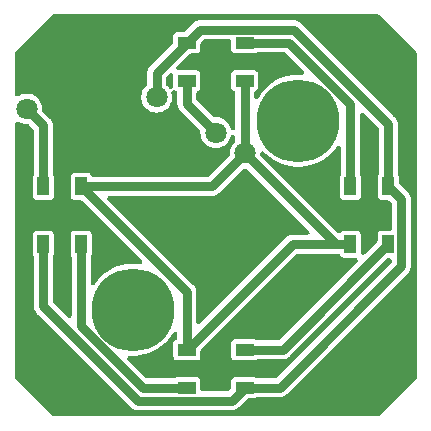
<source format=gtl>
%TF.GenerationSoftware,KiCad,Pcbnew,(6.0.7)*%
%TF.CreationDate,2022-09-30T15:53:46-07:00*%
%TF.ProjectId,companion,636f6d70-616e-4696-9f6e-2e6b69636164,rev?*%
%TF.SameCoordinates,Original*%
%TF.FileFunction,Copper,L1,Top*%
%TF.FilePolarity,Positive*%
%FSLAX46Y46*%
G04 Gerber Fmt 4.6, Leading zero omitted, Abs format (unit mm)*
G04 Created by KiCad (PCBNEW (6.0.7)) date 2022-09-30 15:53:46*
%MOMM*%
%LPD*%
G01*
G04 APERTURE LIST*
%TA.AperFunction,ConnectorPad*%
%ADD10C,7.000000*%
%TD*%
%TA.AperFunction,ComponentPad*%
%ADD11C,4.700000*%
%TD*%
%TA.AperFunction,SMDPad,CuDef*%
%ADD12R,1.500000X1.000000*%
%TD*%
%TA.AperFunction,SMDPad,CuDef*%
%ADD13R,1.000000X1.500000*%
%TD*%
%TA.AperFunction,ViaPad*%
%ADD14C,1.800000*%
%TD*%
%TA.AperFunction,Conductor*%
%ADD15C,0.800000*%
%TD*%
G04 APERTURE END LIST*
D10*
%TO.P,H2,1,1*%
%TO.N,b*%
X24425000Y-9425000D03*
D11*
X24425000Y-9425000D03*
%TD*%
D12*
%TO.P,D3,1,VDD*%
%TO.N,5v*%
X14975000Y-28825000D03*
%TO.P,D3,2,DOUT*%
%TO.N,Net-(D3-Pad2)*%
X14975000Y-32025000D03*
%TO.P,D3,3,VSS*%
%TO.N,gnd*%
X19875000Y-32025000D03*
%TO.P,D3,4,DIN*%
%TO.N,Net-(D2-Pad2)*%
X19875000Y-28825000D03*
%TD*%
D13*
%TO.P,D4,1,VDD*%
%TO.N,5v*%
X6025000Y-14975000D03*
%TO.P,D4,2,DOUT*%
%TO.N,Net-(D4-Pad2)*%
X2825000Y-14975000D03*
%TO.P,D4,3,VSS*%
%TO.N,gnd*%
X2825000Y-19875000D03*
%TO.P,D4,4,DIN*%
%TO.N,Net-(D3-Pad2)*%
X6025000Y-19875000D03*
%TD*%
D12*
%TO.P,D1,1,VDD*%
%TO.N,5v*%
X19875000Y-6025000D03*
%TO.P,D1,2,DOUT*%
%TO.N,Net-(D1-Pad2)*%
X19875000Y-2825000D03*
%TO.P,D1,3,VSS*%
%TO.N,gnd*%
X14975000Y-2825000D03*
%TO.P,D1,4,DIN*%
%TO.N,Net-(D1-Pad4)*%
X14975000Y-6025000D03*
%TD*%
D10*
%TO.P,H1,1,1*%
%TO.N,a*%
X10425000Y-25425000D03*
D11*
X10425000Y-25425000D03*
%TD*%
D13*
%TO.P,D2,1,VDD*%
%TO.N,5v*%
X28825000Y-19875000D03*
%TO.P,D2,2,DOUT*%
%TO.N,Net-(D2-Pad2)*%
X32025000Y-19875000D03*
%TO.P,D2,3,VSS*%
%TO.N,gnd*%
X32025000Y-14975000D03*
%TO.P,D2,4,DIN*%
%TO.N,Net-(D1-Pad2)*%
X28825000Y-14975000D03*
%TD*%
D14*
%TO.N,Net-(D4-Pad2)*%
X1425000Y-8425000D03*
%TO.N,5v*%
X19900000Y-12200000D03*
%TO.N,gnd*%
X12425000Y-7425000D03*
%TO.N,Net-(D1-Pad4)*%
X17425000Y-10425000D03*
%TD*%
D15*
%TO.N,Net-(D1-Pad2)*%
X28825000Y-8026724D02*
X28825000Y-14975000D01*
X19875000Y-2825000D02*
X23623276Y-2825000D01*
X23623276Y-2825000D02*
X28825000Y-8026724D01*
%TO.N,Net-(D2-Pad2)*%
X19875000Y-28825000D02*
X23075000Y-28825000D01*
X23075000Y-28825000D02*
X32025000Y-19875000D01*
%TO.N,Net-(D3-Pad2)*%
X14975000Y-32025000D02*
X11226724Y-32025000D01*
X11226724Y-32025000D02*
X6025000Y-26823276D01*
X6025000Y-26823276D02*
X6025000Y-19875000D01*
%TO.N,Net-(D4-Pad2)*%
X2825000Y-14975000D02*
X2825000Y-9825000D01*
X2825000Y-9825000D02*
X1425000Y-8425000D01*
%TO.N,5v*%
X19875000Y-12175000D02*
X19900000Y-12200000D01*
X17125000Y-14975000D02*
X19900000Y-12200000D01*
X6025000Y-14975000D02*
X17125000Y-14975000D01*
X6025000Y-14975000D02*
X14975000Y-23925000D01*
X19875000Y-6025000D02*
X19875000Y-12175000D01*
X14975000Y-23925000D02*
X14975000Y-28825000D01*
X28825000Y-19875000D02*
X27575000Y-19875000D01*
X27575000Y-19875000D02*
X19900000Y-12200000D01*
X14975000Y-28825000D02*
X23925000Y-19875000D01*
X23925000Y-19875000D02*
X28825000Y-19875000D01*
%TO.N,gnd*%
X24025000Y-1725000D02*
X32025000Y-9725000D01*
X16075000Y-1725000D02*
X24025000Y-1725000D01*
X32025000Y-9725000D02*
X32025000Y-14975000D01*
X12425000Y-5375000D02*
X12425000Y-7425000D01*
X2825000Y-25125000D02*
X2825000Y-19875000D01*
X19875000Y-32025000D02*
X22825000Y-32025000D01*
X22825000Y-32025000D02*
X33125000Y-21725000D01*
X14975000Y-2825000D02*
X12425000Y-5375000D01*
X33125000Y-16075000D02*
X32025000Y-14975000D01*
X33125000Y-21725000D02*
X33125000Y-16075000D01*
X19875000Y-32025000D02*
X18775000Y-33125000D01*
X10825000Y-33125000D02*
X2825000Y-25125000D01*
X18775000Y-33125000D02*
X10825000Y-33125000D01*
X14975000Y-2825000D02*
X16075000Y-1725000D01*
%TO.N,Net-(D1-Pad4)*%
X14975000Y-6025000D02*
X14975000Y-7975000D01*
X14975000Y-7975000D02*
X17425000Y-10425000D01*
%TD*%
%TA.AperFunction,NonConductor*%
G36*
X13731374Y-5419508D02*
G01*
X13793998Y-5482132D01*
X13823249Y-5565725D01*
X13824500Y-5588006D01*
X13824501Y-6525193D01*
X13804794Y-6611536D01*
X13749576Y-6680777D01*
X13669783Y-6719204D01*
X13581220Y-6719204D01*
X13501427Y-6680778D01*
X13462489Y-6639334D01*
X13430031Y-6592978D01*
X13430027Y-6592973D01*
X13425047Y-6585861D01*
X13283786Y-6444600D01*
X13236667Y-6369612D01*
X13225500Y-6303886D01*
X13225500Y-5789006D01*
X13245207Y-5702663D01*
X13283786Y-5648292D01*
X13484786Y-5447292D01*
X13559774Y-5400173D01*
X13647781Y-5390257D01*
X13731374Y-5419508D01*
G37*
%TD.AperFunction*%
%TA.AperFunction,NonConductor*%
G36*
X18611843Y-2545207D02*
G01*
X18681084Y-2600426D01*
X18719511Y-2680218D01*
X18724500Y-2724500D01*
X18724501Y-3356518D01*
X18725723Y-3364231D01*
X18725723Y-3364237D01*
X18736903Y-3434831D01*
X18736904Y-3434834D01*
X18739354Y-3450304D01*
X18796950Y-3563342D01*
X18886658Y-3653050D01*
X18999696Y-3710646D01*
X19093481Y-3725500D01*
X19101305Y-3725500D01*
X19875549Y-3725499D01*
X20656518Y-3725499D01*
X20664231Y-3724277D01*
X20664237Y-3724277D01*
X20734831Y-3713097D01*
X20734834Y-3713096D01*
X20750304Y-3710646D01*
X20764260Y-3703535D01*
X20764263Y-3703534D01*
X20863342Y-3653050D01*
X20864397Y-3655122D01*
X20926224Y-3628697D01*
X20961752Y-3625500D01*
X23209270Y-3625500D01*
X23295613Y-3645207D01*
X23349984Y-3683786D01*
X24859500Y-5193302D01*
X24906619Y-5268290D01*
X24916535Y-5356297D01*
X24887284Y-5439890D01*
X24824660Y-5502514D01*
X24741067Y-5531765D01*
X24698331Y-5531962D01*
X24634404Y-5525356D01*
X24634400Y-5525356D01*
X24629399Y-5524839D01*
X24624376Y-5524830D01*
X24624371Y-5524830D01*
X24431087Y-5524493D01*
X24234217Y-5524150D01*
X23840988Y-5563399D01*
X23836044Y-5564405D01*
X23836043Y-5564405D01*
X23458681Y-5641180D01*
X23458675Y-5641182D01*
X23453738Y-5642186D01*
X23448923Y-5643686D01*
X23448918Y-5643687D01*
X23081242Y-5758205D01*
X23081239Y-5758206D01*
X23076433Y-5759703D01*
X22712936Y-5914748D01*
X22708523Y-5917184D01*
X22708517Y-5917187D01*
X22371385Y-6103294D01*
X22366967Y-6105733D01*
X22362831Y-6108597D01*
X22362826Y-6108600D01*
X22129274Y-6270319D01*
X22042070Y-6330702D01*
X22038245Y-6333969D01*
X21768625Y-6564247D01*
X21741571Y-6587353D01*
X21738089Y-6590997D01*
X21480873Y-6860158D01*
X21468546Y-6873057D01*
X21465458Y-6877023D01*
X21465456Y-6877026D01*
X21430061Y-6922493D01*
X21225791Y-7184890D01*
X21043077Y-7476161D01*
X20980500Y-7538831D01*
X20896929Y-7568144D01*
X20808915Y-7558294D01*
X20733891Y-7511231D01*
X20686716Y-7436278D01*
X20675500Y-7370412D01*
X20675500Y-7070707D01*
X20695207Y-6984364D01*
X20750426Y-6915123D01*
X20784145Y-6893403D01*
X20863342Y-6853050D01*
X20953050Y-6763342D01*
X21010646Y-6650304D01*
X21025500Y-6556519D01*
X21025499Y-5493482D01*
X21024275Y-5485753D01*
X21013097Y-5415169D01*
X21013096Y-5415166D01*
X21010646Y-5399696D01*
X20990875Y-5360892D01*
X20960160Y-5300612D01*
X20953050Y-5286658D01*
X20863342Y-5196950D01*
X20820495Y-5175118D01*
X20764260Y-5146465D01*
X20750304Y-5139354D01*
X20656519Y-5124500D01*
X20648695Y-5124500D01*
X19874451Y-5124501D01*
X19093482Y-5124501D01*
X19085769Y-5125723D01*
X19085763Y-5125723D01*
X19015169Y-5136903D01*
X19015166Y-5136904D01*
X18999696Y-5139354D01*
X18985740Y-5146465D01*
X18985737Y-5146466D01*
X18908977Y-5185578D01*
X18886658Y-5196950D01*
X18796950Y-5286658D01*
X18739354Y-5399696D01*
X18724500Y-5493481D01*
X18724501Y-6556518D01*
X18725723Y-6564231D01*
X18725723Y-6564237D01*
X18736903Y-6634831D01*
X18736904Y-6634834D01*
X18739354Y-6650304D01*
X18746465Y-6664260D01*
X18746466Y-6664263D01*
X18754881Y-6680778D01*
X18796950Y-6763342D01*
X18886658Y-6853050D01*
X18965849Y-6893400D01*
X19033829Y-6950154D01*
X19070455Y-7030789D01*
X19074500Y-7070707D01*
X19074500Y-10044716D01*
X19054793Y-10131059D01*
X18999574Y-10200300D01*
X18919782Y-10238727D01*
X18831218Y-10238727D01*
X18751426Y-10200300D01*
X18696207Y-10131059D01*
X18683281Y-10096221D01*
X18653989Y-9986901D01*
X18651739Y-9978504D01*
X18555568Y-9772266D01*
X18528376Y-9733431D01*
X18430031Y-9592978D01*
X18430027Y-9592973D01*
X18425047Y-9585861D01*
X18264139Y-9424953D01*
X18257027Y-9419973D01*
X18257022Y-9419969D01*
X18084852Y-9299416D01*
X18077734Y-9294432D01*
X17871496Y-9198261D01*
X17851918Y-9193015D01*
X17660084Y-9141613D01*
X17660077Y-9141612D01*
X17651692Y-9139365D01*
X17643041Y-9138608D01*
X17643040Y-9138608D01*
X17433653Y-9120289D01*
X17425000Y-9119532D01*
X17358000Y-9125394D01*
X17270270Y-9113287D01*
X17199943Y-9067865D01*
X15833786Y-7701708D01*
X15786667Y-7626720D01*
X15775500Y-7560994D01*
X15775500Y-7070707D01*
X15795207Y-6984364D01*
X15850426Y-6915123D01*
X15884145Y-6893403D01*
X15963342Y-6853050D01*
X16053050Y-6763342D01*
X16110646Y-6650304D01*
X16125500Y-6556519D01*
X16125499Y-5493482D01*
X16124275Y-5485753D01*
X16113097Y-5415169D01*
X16113096Y-5415166D01*
X16110646Y-5399696D01*
X16090875Y-5360892D01*
X16060160Y-5300612D01*
X16053050Y-5286658D01*
X15963342Y-5196950D01*
X15920495Y-5175118D01*
X15864260Y-5146465D01*
X15850304Y-5139354D01*
X15756519Y-5124500D01*
X15637031Y-5124500D01*
X14288005Y-5124501D01*
X14201662Y-5104794D01*
X14132421Y-5049576D01*
X14093994Y-4969783D01*
X14093994Y-4881219D01*
X14132420Y-4801427D01*
X14147291Y-4784787D01*
X15148293Y-3783785D01*
X15223281Y-3736666D01*
X15289007Y-3725499D01*
X15756518Y-3725499D01*
X15764231Y-3724277D01*
X15764237Y-3724277D01*
X15834831Y-3713097D01*
X15834834Y-3713096D01*
X15850304Y-3710646D01*
X15864260Y-3703535D01*
X15864263Y-3703534D01*
X15949388Y-3660160D01*
X15963342Y-3653050D01*
X16053050Y-3563342D01*
X16110646Y-3450304D01*
X16125500Y-3356519D01*
X16125499Y-2889006D01*
X16145206Y-2802665D01*
X16183785Y-2748293D01*
X16348292Y-2583786D01*
X16423280Y-2536667D01*
X16489006Y-2525500D01*
X18525500Y-2525500D01*
X18611843Y-2545207D01*
G37*
%TD.AperFunction*%
%TA.AperFunction,NonConductor*%
G36*
X29948574Y-8782422D02*
G01*
X29965214Y-8797292D01*
X31166214Y-9998292D01*
X31213333Y-10073280D01*
X31224500Y-10139006D01*
X31224500Y-13888248D01*
X31204793Y-13974591D01*
X31198524Y-13985084D01*
X31196950Y-13986658D01*
X31139354Y-14099696D01*
X31124500Y-14193481D01*
X31124501Y-15756518D01*
X31125723Y-15764231D01*
X31125723Y-15764237D01*
X31136903Y-15834831D01*
X31136904Y-15834834D01*
X31139354Y-15850304D01*
X31146465Y-15864260D01*
X31146466Y-15864263D01*
X31182738Y-15935449D01*
X31196950Y-15963342D01*
X31286658Y-16053050D01*
X31399696Y-16110646D01*
X31493481Y-16125500D01*
X31541156Y-16125500D01*
X31960994Y-16125499D01*
X32047335Y-16145206D01*
X32101707Y-16183785D01*
X32266214Y-16348292D01*
X32313333Y-16423280D01*
X32324500Y-16489006D01*
X32324500Y-18525500D01*
X32304793Y-18611843D01*
X32249574Y-18681084D01*
X32169782Y-18719511D01*
X32125500Y-18724500D01*
X31524876Y-18724501D01*
X31493482Y-18724501D01*
X31485769Y-18725723D01*
X31485763Y-18725723D01*
X31415169Y-18736903D01*
X31415166Y-18736904D01*
X31399696Y-18739354D01*
X31385740Y-18746465D01*
X31385737Y-18746466D01*
X31300612Y-18789840D01*
X31286658Y-18796950D01*
X31196950Y-18886658D01*
X31139354Y-18999696D01*
X31124500Y-19093481D01*
X31124500Y-19560994D01*
X31104793Y-19647337D01*
X31066214Y-19701708D01*
X30065214Y-20702708D01*
X29990226Y-20749827D01*
X29902219Y-20759743D01*
X29818626Y-20730492D01*
X29756002Y-20667868D01*
X29726751Y-20584275D01*
X29725500Y-20561994D01*
X29725499Y-19101295D01*
X29725499Y-19093482D01*
X29723992Y-19083965D01*
X29713097Y-19015169D01*
X29713096Y-19015166D01*
X29710646Y-18999696D01*
X29701311Y-18981374D01*
X29660160Y-18900612D01*
X29653050Y-18886658D01*
X29563342Y-18796950D01*
X29450304Y-18739354D01*
X29356519Y-18724500D01*
X29348695Y-18724500D01*
X28824627Y-18724501D01*
X28293482Y-18724501D01*
X28285769Y-18725723D01*
X28285763Y-18725723D01*
X28215169Y-18736903D01*
X28215166Y-18736904D01*
X28199696Y-18739354D01*
X28185740Y-18746465D01*
X28185737Y-18746466D01*
X28100612Y-18789840D01*
X28086658Y-18796950D01*
X27998557Y-18885051D01*
X27923569Y-18932170D01*
X27835562Y-18942086D01*
X27751969Y-18912835D01*
X27717129Y-18885051D01*
X21257135Y-12425057D01*
X21210016Y-12350069D01*
X21199606Y-12267001D01*
X21205468Y-12200000D01*
X21205033Y-12195025D01*
X21224418Y-12110091D01*
X21279637Y-12040850D01*
X21359429Y-12002423D01*
X21447993Y-12002423D01*
X21527785Y-12040850D01*
X21548537Y-12059956D01*
X21718369Y-12240177D01*
X21718383Y-12240191D01*
X21721826Y-12243844D01*
X22020526Y-12502586D01*
X22343845Y-12729818D01*
X22348231Y-12732279D01*
X22348240Y-12732285D01*
X22684086Y-12920753D01*
X22684091Y-12920755D01*
X22688472Y-12923214D01*
X22693082Y-12925218D01*
X22693085Y-12925220D01*
X23046264Y-13078787D01*
X23046268Y-13078788D01*
X23050878Y-13080793D01*
X23427353Y-13200941D01*
X23432283Y-13201980D01*
X23432287Y-13201981D01*
X23715260Y-13261613D01*
X23814043Y-13282430D01*
X24206988Y-13324423D01*
X24424484Y-13325562D01*
X24597133Y-13326467D01*
X24597140Y-13326467D01*
X24602166Y-13326493D01*
X24623394Y-13324449D01*
X24634319Y-13323397D01*
X24995529Y-13288616D01*
X25000477Y-13287627D01*
X25000479Y-13287627D01*
X25378118Y-13212167D01*
X25378123Y-13212166D01*
X25383051Y-13211181D01*
X25387852Y-13209704D01*
X25387856Y-13209703D01*
X25755950Y-13096463D01*
X25755951Y-13096463D01*
X25760764Y-13094982D01*
X26124801Y-12941207D01*
X26129215Y-12938790D01*
X26129222Y-12938787D01*
X26467012Y-12753852D01*
X26471434Y-12751431D01*
X26797114Y-12527597D01*
X26830505Y-12499280D01*
X27094671Y-12275250D01*
X27098508Y-12271996D01*
X27372528Y-11987247D01*
X27589420Y-11710635D01*
X27613259Y-11680232D01*
X27613262Y-11680228D01*
X27616370Y-11676264D01*
X27657293Y-11611530D01*
X27720088Y-11549078D01*
X27803761Y-11520057D01*
X27891740Y-11530214D01*
X27966599Y-11577538D01*
X28013512Y-11652656D01*
X28024500Y-11717866D01*
X28024500Y-13888248D01*
X28004793Y-13974591D01*
X27998524Y-13985084D01*
X27996950Y-13986658D01*
X27939354Y-14099696D01*
X27924500Y-14193481D01*
X27924501Y-15756518D01*
X27925723Y-15764231D01*
X27925723Y-15764237D01*
X27936903Y-15834831D01*
X27936904Y-15834834D01*
X27939354Y-15850304D01*
X27946465Y-15864260D01*
X27946466Y-15864263D01*
X27982738Y-15935449D01*
X27996950Y-15963342D01*
X28086658Y-16053050D01*
X28199696Y-16110646D01*
X28293481Y-16125500D01*
X28301305Y-16125500D01*
X28825373Y-16125499D01*
X29356518Y-16125499D01*
X29364231Y-16124277D01*
X29364237Y-16124277D01*
X29434831Y-16113097D01*
X29434834Y-16113096D01*
X29450304Y-16110646D01*
X29464260Y-16103535D01*
X29464263Y-16103534D01*
X29549388Y-16060160D01*
X29563342Y-16053050D01*
X29653050Y-15963342D01*
X29710646Y-15850304D01*
X29725500Y-15756519D01*
X29725499Y-14193482D01*
X29722493Y-14174500D01*
X29713097Y-14115169D01*
X29713096Y-14115166D01*
X29710646Y-14099696D01*
X29693398Y-14065844D01*
X29653050Y-13986658D01*
X29655122Y-13985603D01*
X29628697Y-13923776D01*
X29625500Y-13888248D01*
X29625500Y-8938006D01*
X29645207Y-8851663D01*
X29700426Y-8782422D01*
X29780218Y-8743995D01*
X29868782Y-8743995D01*
X29948574Y-8782422D01*
G37*
%TD.AperFunction*%
%TA.AperFunction,NonConductor*%
G36*
X20054730Y-13511713D02*
G01*
X20125057Y-13557135D01*
X25302708Y-18734786D01*
X25349827Y-18809774D01*
X25359743Y-18897781D01*
X25330492Y-18981374D01*
X25267868Y-19043998D01*
X25184275Y-19073249D01*
X25161994Y-19074500D01*
X23934465Y-19074500D01*
X23932381Y-19074489D01*
X23854715Y-19073675D01*
X23854711Y-19073675D01*
X23843593Y-19073559D01*
X23832720Y-19075910D01*
X23832718Y-19075910D01*
X23805315Y-19081834D01*
X23785449Y-19085088D01*
X23767400Y-19087113D01*
X23746528Y-19089454D01*
X23736018Y-19093114D01*
X23719464Y-19098879D01*
X23696067Y-19105455D01*
X23668058Y-19111511D01*
X23632562Y-19128063D01*
X23613913Y-19135635D01*
X23587439Y-19144854D01*
X23587436Y-19144855D01*
X23576927Y-19148515D01*
X23567489Y-19154413D01*
X23567488Y-19154413D01*
X23552617Y-19163705D01*
X23531272Y-19175294D01*
X23515380Y-19182705D01*
X23515374Y-19182708D01*
X23505292Y-19187410D01*
X23474351Y-19211411D01*
X23457844Y-19222926D01*
X23424625Y-19243684D01*
X23416731Y-19251523D01*
X23416726Y-19251527D01*
X23395922Y-19272186D01*
X23395547Y-19272537D01*
X23394823Y-19273099D01*
X23369310Y-19298612D01*
X23368819Y-19299102D01*
X23297193Y-19370230D01*
X23296496Y-19371329D01*
X23295641Y-19372281D01*
X16115214Y-26552708D01*
X16040226Y-26599827D01*
X15952219Y-26609743D01*
X15868626Y-26580492D01*
X15806002Y-26517868D01*
X15776751Y-26434275D01*
X15775500Y-26411994D01*
X15775500Y-23934465D01*
X15775511Y-23932381D01*
X15776325Y-23854715D01*
X15776325Y-23854711D01*
X15776441Y-23843593D01*
X15774090Y-23832718D01*
X15768166Y-23805315D01*
X15764912Y-23785449D01*
X15761786Y-23757584D01*
X15760546Y-23746528D01*
X15751121Y-23719462D01*
X15744545Y-23696069D01*
X15740841Y-23678937D01*
X15738489Y-23668058D01*
X15721937Y-23632562D01*
X15714365Y-23613913D01*
X15705146Y-23587439D01*
X15705145Y-23587436D01*
X15701485Y-23576927D01*
X15686295Y-23552617D01*
X15674706Y-23531272D01*
X15667295Y-23515380D01*
X15667292Y-23515374D01*
X15662590Y-23505292D01*
X15638586Y-23474346D01*
X15627074Y-23457844D01*
X15606316Y-23424625D01*
X15598477Y-23416731D01*
X15598473Y-23416726D01*
X15577814Y-23395922D01*
X15577463Y-23395547D01*
X15576901Y-23394823D01*
X15551388Y-23369310D01*
X15550898Y-23368819D01*
X15479770Y-23297193D01*
X15478671Y-23296496D01*
X15477719Y-23295641D01*
X8297292Y-16115214D01*
X8250173Y-16040226D01*
X8240257Y-15952219D01*
X8269508Y-15868626D01*
X8332132Y-15806002D01*
X8415725Y-15776751D01*
X8438006Y-15775500D01*
X17115535Y-15775500D01*
X17117619Y-15775511D01*
X17195285Y-15776325D01*
X17195289Y-15776325D01*
X17206407Y-15776441D01*
X17217280Y-15774090D01*
X17217282Y-15774090D01*
X17244685Y-15768166D01*
X17264551Y-15764912D01*
X17282600Y-15762887D01*
X17303472Y-15760546D01*
X17330538Y-15751121D01*
X17353931Y-15744545D01*
X17371065Y-15740841D01*
X17371069Y-15740840D01*
X17381942Y-15738489D01*
X17417434Y-15721939D01*
X17436087Y-15714365D01*
X17462566Y-15705144D01*
X17473073Y-15701485D01*
X17497379Y-15686297D01*
X17518735Y-15674702D01*
X17534621Y-15667294D01*
X17544707Y-15662591D01*
X17575648Y-15638590D01*
X17592165Y-15627068D01*
X17615939Y-15612213D01*
X17615944Y-15612209D01*
X17625375Y-15606316D01*
X17633268Y-15598478D01*
X17633273Y-15598474D01*
X17654078Y-15577814D01*
X17654453Y-15577463D01*
X17655177Y-15576901D01*
X17680690Y-15551388D01*
X17681181Y-15550898D01*
X17686466Y-15545650D01*
X17752807Y-15479770D01*
X17753504Y-15478671D01*
X17754359Y-15477719D01*
X19674943Y-13557135D01*
X19749931Y-13510016D01*
X19832999Y-13499606D01*
X19900000Y-13505468D01*
X19967000Y-13499606D01*
X20054730Y-13511713D01*
G37*
%TD.AperFunction*%
%TA.AperFunction,NonConductor*%
G36*
X27561178Y-20675501D02*
G01*
X27658268Y-20675840D01*
X27658269Y-20675840D01*
X27662000Y-20675853D01*
X27663270Y-20675569D01*
X27664545Y-20675500D01*
X27779293Y-20675500D01*
X27865636Y-20695207D01*
X27934877Y-20750426D01*
X27956597Y-20784145D01*
X27996950Y-20863342D01*
X28086658Y-20953050D01*
X28100612Y-20960160D01*
X28153320Y-20987016D01*
X28199696Y-21010646D01*
X28293481Y-21025500D01*
X28374746Y-21025500D01*
X29261995Y-21025499D01*
X29348338Y-21045206D01*
X29417579Y-21100424D01*
X29456006Y-21180217D01*
X29456006Y-21268780D01*
X29417580Y-21348573D01*
X29402709Y-21365213D01*
X22801708Y-27966214D01*
X22726720Y-28013333D01*
X22660994Y-28024500D01*
X20961752Y-28024500D01*
X20875409Y-28004793D01*
X20864916Y-27998524D01*
X20863342Y-27996950D01*
X20750304Y-27939354D01*
X20656519Y-27924500D01*
X20648695Y-27924500D01*
X19874451Y-27924501D01*
X19093482Y-27924501D01*
X19085769Y-27925723D01*
X19085763Y-27925723D01*
X19015169Y-27936903D01*
X19015166Y-27936904D01*
X18999696Y-27939354D01*
X18985740Y-27946465D01*
X18985737Y-27946466D01*
X18905701Y-27987247D01*
X18886658Y-27996950D01*
X18796950Y-28086658D01*
X18739354Y-28199696D01*
X18724500Y-28293481D01*
X18724501Y-29356518D01*
X18725723Y-29364231D01*
X18725723Y-29364237D01*
X18736903Y-29434831D01*
X18736904Y-29434834D01*
X18739354Y-29450304D01*
X18746465Y-29464260D01*
X18746466Y-29464263D01*
X18767616Y-29505772D01*
X18796950Y-29563342D01*
X18886658Y-29653050D01*
X18999696Y-29710646D01*
X19093481Y-29725500D01*
X19101305Y-29725500D01*
X19875549Y-29725499D01*
X20656518Y-29725499D01*
X20664231Y-29724277D01*
X20664237Y-29724277D01*
X20734831Y-29713097D01*
X20734834Y-29713096D01*
X20750304Y-29710646D01*
X20764260Y-29703535D01*
X20764263Y-29703534D01*
X20863342Y-29653050D01*
X20864397Y-29655122D01*
X20926224Y-29628697D01*
X20961752Y-29625500D01*
X23065535Y-29625500D01*
X23067619Y-29625511D01*
X23145285Y-29626325D01*
X23145289Y-29626325D01*
X23156407Y-29626441D01*
X23167280Y-29624090D01*
X23167282Y-29624090D01*
X23194685Y-29618166D01*
X23214551Y-29614912D01*
X23232600Y-29612887D01*
X23253472Y-29610546D01*
X23280538Y-29601121D01*
X23303931Y-29594545D01*
X23321065Y-29590841D01*
X23321069Y-29590840D01*
X23331942Y-29588489D01*
X23367434Y-29571939D01*
X23386087Y-29564365D01*
X23412566Y-29555144D01*
X23423073Y-29551485D01*
X23447379Y-29536297D01*
X23468735Y-29524702D01*
X23484621Y-29517294D01*
X23494707Y-29512591D01*
X23525648Y-29488590D01*
X23542165Y-29477068D01*
X23565939Y-29462213D01*
X23565944Y-29462209D01*
X23575375Y-29456316D01*
X23583268Y-29448478D01*
X23583273Y-29448474D01*
X23604078Y-29427814D01*
X23604453Y-29427463D01*
X23605177Y-29426901D01*
X23630690Y-29401388D01*
X23631181Y-29400898D01*
X23702807Y-29329770D01*
X23703504Y-29328671D01*
X23704359Y-29327719D01*
X31948292Y-21083786D01*
X32023280Y-21036667D01*
X32089006Y-21025500D01*
X32125500Y-21025500D01*
X32211843Y-21045207D01*
X32281084Y-21100426D01*
X32319511Y-21180218D01*
X32324500Y-21224500D01*
X32324500Y-21310994D01*
X32304793Y-21397337D01*
X32266214Y-21451708D01*
X22551708Y-31166214D01*
X22476720Y-31213333D01*
X22410994Y-31224500D01*
X20961752Y-31224500D01*
X20875409Y-31204793D01*
X20864916Y-31198524D01*
X20863342Y-31196950D01*
X20750304Y-31139354D01*
X20656519Y-31124500D01*
X20648695Y-31124500D01*
X19874451Y-31124501D01*
X19093482Y-31124501D01*
X19085769Y-31125723D01*
X19085763Y-31125723D01*
X19015169Y-31136903D01*
X19015166Y-31136904D01*
X18999696Y-31139354D01*
X18985740Y-31146465D01*
X18985737Y-31146466D01*
X18926442Y-31176679D01*
X18886658Y-31196950D01*
X18796950Y-31286658D01*
X18739354Y-31399696D01*
X18724500Y-31493481D01*
X18724500Y-31501305D01*
X18724501Y-31960993D01*
X18704794Y-32047335D01*
X18666215Y-32101707D01*
X18501708Y-32266214D01*
X18426720Y-32313333D01*
X18360994Y-32324500D01*
X16324500Y-32324500D01*
X16238157Y-32304793D01*
X16168916Y-32249574D01*
X16130489Y-32169782D01*
X16125500Y-32125500D01*
X16125499Y-31501295D01*
X16125499Y-31493482D01*
X16124275Y-31485753D01*
X16113097Y-31415169D01*
X16113096Y-31415166D01*
X16110646Y-31399696D01*
X16053050Y-31286658D01*
X15963342Y-31196950D01*
X15850304Y-31139354D01*
X15756519Y-31124500D01*
X15748695Y-31124500D01*
X14974451Y-31124501D01*
X14193482Y-31124501D01*
X14185769Y-31125723D01*
X14185763Y-31125723D01*
X14115169Y-31136903D01*
X14115166Y-31136904D01*
X14099696Y-31139354D01*
X14085740Y-31146465D01*
X14085737Y-31146466D01*
X13986658Y-31196950D01*
X13985603Y-31194878D01*
X13923776Y-31221303D01*
X13888248Y-31224500D01*
X11640730Y-31224500D01*
X11554387Y-31204793D01*
X11500016Y-31166214D01*
X9991031Y-29657229D01*
X9943912Y-29582241D01*
X9933996Y-29494234D01*
X9963247Y-29410641D01*
X10025871Y-29348017D01*
X10109464Y-29318766D01*
X10152890Y-29318642D01*
X10182464Y-29321802D01*
X10206988Y-29324423D01*
X10424484Y-29325562D01*
X10597133Y-29326467D01*
X10597140Y-29326467D01*
X10602166Y-29326493D01*
X10623394Y-29324449D01*
X10634319Y-29323397D01*
X10995529Y-29288616D01*
X11000477Y-29287627D01*
X11000479Y-29287627D01*
X11378118Y-29212167D01*
X11378123Y-29212166D01*
X11383051Y-29211181D01*
X11387852Y-29209704D01*
X11387856Y-29209703D01*
X11755950Y-29096463D01*
X11755951Y-29096463D01*
X11760764Y-29094982D01*
X12124801Y-28941207D01*
X12129215Y-28938790D01*
X12129222Y-28938787D01*
X12467012Y-28753852D01*
X12471434Y-28751431D01*
X12797114Y-28527597D01*
X13098508Y-28271996D01*
X13363191Y-27996950D01*
X13369033Y-27990879D01*
X13369034Y-27990877D01*
X13372528Y-27987247D01*
X13616370Y-27676264D01*
X13807293Y-27374254D01*
X13870088Y-27311802D01*
X13953762Y-27282781D01*
X14041741Y-27292938D01*
X14116600Y-27340262D01*
X14163512Y-27415380D01*
X14174500Y-27480590D01*
X14174500Y-27779293D01*
X14154793Y-27865636D01*
X14099574Y-27934877D01*
X14065855Y-27956597D01*
X13986658Y-27996950D01*
X13896950Y-28086658D01*
X13839354Y-28199696D01*
X13824500Y-28293481D01*
X13824501Y-29356518D01*
X13825723Y-29364231D01*
X13825723Y-29364237D01*
X13836903Y-29434831D01*
X13836904Y-29434834D01*
X13839354Y-29450304D01*
X13846465Y-29464260D01*
X13846466Y-29464263D01*
X13867616Y-29505772D01*
X13896950Y-29563342D01*
X13986658Y-29653050D01*
X14099696Y-29710646D01*
X14193481Y-29725500D01*
X14201305Y-29725500D01*
X14975549Y-29725499D01*
X15756518Y-29725499D01*
X15764231Y-29724277D01*
X15764237Y-29724277D01*
X15834831Y-29713097D01*
X15834834Y-29713096D01*
X15850304Y-29710646D01*
X15864260Y-29703535D01*
X15864263Y-29703534D01*
X15949388Y-29660160D01*
X15963342Y-29653050D01*
X16053050Y-29563342D01*
X16110646Y-29450304D01*
X16125500Y-29356519D01*
X16125499Y-28889006D01*
X16145206Y-28802665D01*
X16183785Y-28748293D01*
X24198292Y-20733786D01*
X24273280Y-20686667D01*
X24339006Y-20675500D01*
X27560483Y-20675500D01*
X27561178Y-20675501D01*
G37*
%TD.AperFunction*%
%TA.AperFunction,NonConductor*%
G36*
X31263022Y-445207D02*
G01*
X31317393Y-483786D01*
X34366214Y-3532606D01*
X34413333Y-3607594D01*
X34424500Y-3673320D01*
X34424500Y-31176680D01*
X34404793Y-31263023D01*
X34366214Y-31317394D01*
X31317393Y-34366214D01*
X31242405Y-34413333D01*
X31176679Y-34424500D01*
X3673320Y-34424500D01*
X3586977Y-34404793D01*
X3532606Y-34366214D01*
X483786Y-31317393D01*
X436667Y-31242405D01*
X425500Y-31176679D01*
X425500Y-19093481D01*
X1924500Y-19093481D01*
X1924501Y-20656518D01*
X1925723Y-20664231D01*
X1925723Y-20664237D01*
X1936903Y-20734831D01*
X1936904Y-20734834D01*
X1939354Y-20750304D01*
X1946465Y-20764260D01*
X1946466Y-20764263D01*
X1996950Y-20863342D01*
X1994878Y-20864397D01*
X2021303Y-20926224D01*
X2024500Y-20961752D01*
X2024500Y-25115535D01*
X2024489Y-25117619D01*
X2023559Y-25206407D01*
X2025910Y-25217280D01*
X2025910Y-25217282D01*
X2031834Y-25244685D01*
X2035088Y-25264551D01*
X2039454Y-25303472D01*
X2043114Y-25313982D01*
X2048879Y-25330536D01*
X2055455Y-25353931D01*
X2061511Y-25381942D01*
X2066213Y-25392025D01*
X2078060Y-25417432D01*
X2085634Y-25436086D01*
X2098515Y-25473073D01*
X2104410Y-25482507D01*
X2104411Y-25482509D01*
X2113703Y-25497379D01*
X2125298Y-25518735D01*
X2137409Y-25544707D01*
X2144227Y-25553497D01*
X2144228Y-25553498D01*
X2161410Y-25575648D01*
X2172932Y-25592165D01*
X2187787Y-25615939D01*
X2187791Y-25615944D01*
X2193684Y-25625375D01*
X2201522Y-25633268D01*
X2201526Y-25633273D01*
X2222186Y-25654078D01*
X2222537Y-25654453D01*
X2223099Y-25655177D01*
X2248612Y-25680690D01*
X2249102Y-25681181D01*
X2320230Y-25752807D01*
X2321329Y-25753504D01*
X2322281Y-25754359D01*
X10252228Y-33684306D01*
X10253693Y-33685786D01*
X10315859Y-33749268D01*
X10335946Y-33762213D01*
X10348786Y-33770488D01*
X10365137Y-33782238D01*
X10395734Y-33806663D01*
X10405747Y-33811504D01*
X10405754Y-33811508D01*
X10421539Y-33819139D01*
X10442726Y-33831028D01*
X10466817Y-33846554D01*
X10503637Y-33859956D01*
X10522167Y-33867784D01*
X10547405Y-33879985D01*
X10547408Y-33879986D01*
X10557422Y-33884827D01*
X10582549Y-33890628D01*
X10585347Y-33891274D01*
X10608646Y-33898176D01*
X10625121Y-33904172D01*
X10635578Y-33907978D01*
X10655905Y-33910546D01*
X10674435Y-33912887D01*
X10694255Y-33916418D01*
X10721064Y-33922607D01*
X10732410Y-33925226D01*
X10743534Y-33925265D01*
X10772854Y-33925368D01*
X10773369Y-33925385D01*
X10774283Y-33925500D01*
X10810482Y-33925500D01*
X10811177Y-33925501D01*
X10908268Y-33925840D01*
X10908269Y-33925840D01*
X10912000Y-33925853D01*
X10913270Y-33925569D01*
X10914545Y-33925500D01*
X18765535Y-33925500D01*
X18767619Y-33925511D01*
X18845285Y-33926325D01*
X18845289Y-33926325D01*
X18856407Y-33926441D01*
X18867280Y-33924090D01*
X18867282Y-33924090D01*
X18894685Y-33918166D01*
X18914551Y-33914912D01*
X18932600Y-33912887D01*
X18953472Y-33910546D01*
X18980538Y-33901121D01*
X19003931Y-33894545D01*
X19021065Y-33890841D01*
X19021069Y-33890840D01*
X19031942Y-33888489D01*
X19067434Y-33871939D01*
X19086087Y-33864365D01*
X19112566Y-33855144D01*
X19123073Y-33851485D01*
X19147379Y-33836297D01*
X19168735Y-33824702D01*
X19184621Y-33817294D01*
X19194707Y-33812591D01*
X19225648Y-33788590D01*
X19242165Y-33777068D01*
X19265939Y-33762213D01*
X19265944Y-33762209D01*
X19275375Y-33756316D01*
X19283268Y-33748478D01*
X19283273Y-33748474D01*
X19304078Y-33727814D01*
X19304453Y-33727463D01*
X19305177Y-33726901D01*
X19330690Y-33701388D01*
X19331181Y-33700898D01*
X19347889Y-33684306D01*
X19402807Y-33629770D01*
X19403504Y-33628671D01*
X19404359Y-33627719D01*
X20048293Y-32983785D01*
X20123281Y-32936666D01*
X20189007Y-32925499D01*
X20656518Y-32925499D01*
X20664231Y-32924277D01*
X20664237Y-32924277D01*
X20734831Y-32913097D01*
X20734834Y-32913096D01*
X20750304Y-32910646D01*
X20764260Y-32903535D01*
X20764263Y-32903534D01*
X20863342Y-32853050D01*
X20864397Y-32855122D01*
X20926224Y-32828697D01*
X20961752Y-32825500D01*
X22815535Y-32825500D01*
X22817619Y-32825511D01*
X22895285Y-32826325D01*
X22895289Y-32826325D01*
X22906407Y-32826441D01*
X22917280Y-32824090D01*
X22917282Y-32824090D01*
X22944685Y-32818166D01*
X22964551Y-32814912D01*
X22982600Y-32812887D01*
X23003472Y-32810546D01*
X23030538Y-32801121D01*
X23053931Y-32794545D01*
X23071065Y-32790841D01*
X23071069Y-32790840D01*
X23081942Y-32788489D01*
X23117434Y-32771939D01*
X23136087Y-32764365D01*
X23162566Y-32755144D01*
X23173073Y-32751485D01*
X23197379Y-32736297D01*
X23218735Y-32724702D01*
X23234621Y-32717294D01*
X23244707Y-32712591D01*
X23275648Y-32688590D01*
X23292165Y-32677068D01*
X23315939Y-32662213D01*
X23315944Y-32662209D01*
X23325375Y-32656316D01*
X23333268Y-32648478D01*
X23333273Y-32648474D01*
X23354078Y-32627814D01*
X23354453Y-32627463D01*
X23355177Y-32626901D01*
X23380690Y-32601388D01*
X23381181Y-32600898D01*
X23452807Y-32529770D01*
X23453504Y-32528671D01*
X23454359Y-32527719D01*
X33684306Y-22297772D01*
X33685787Y-22296306D01*
X33741316Y-22241928D01*
X33749268Y-22234141D01*
X33770485Y-22201218D01*
X33782231Y-22184872D01*
X33799721Y-22162963D01*
X33806664Y-22154266D01*
X33819144Y-22128451D01*
X33831025Y-22107280D01*
X33833594Y-22103294D01*
X33846554Y-22083183D01*
X33859948Y-22046384D01*
X33867782Y-22027837D01*
X33879985Y-22002594D01*
X33879986Y-22002592D01*
X33884827Y-21992577D01*
X33891273Y-21964657D01*
X33898173Y-21941361D01*
X33904174Y-21924873D01*
X33907978Y-21914422D01*
X33912886Y-21875570D01*
X33916418Y-21855742D01*
X33925227Y-21817589D01*
X33925368Y-21777137D01*
X33925385Y-21776625D01*
X33925500Y-21775717D01*
X33925500Y-21739676D01*
X33925501Y-21738982D01*
X33925840Y-21641731D01*
X33925853Y-21637999D01*
X33925569Y-21636729D01*
X33925500Y-21635453D01*
X33925500Y-16084465D01*
X33925511Y-16082381D01*
X33926325Y-16004715D01*
X33926325Y-16004711D01*
X33926441Y-15993593D01*
X33919901Y-15963342D01*
X33918166Y-15955315D01*
X33914912Y-15935449D01*
X33911786Y-15907584D01*
X33910546Y-15896528D01*
X33901121Y-15869462D01*
X33894545Y-15846069D01*
X33890841Y-15828935D01*
X33890840Y-15828931D01*
X33888489Y-15818058D01*
X33871939Y-15782566D01*
X33864365Y-15763913D01*
X33863193Y-15760546D01*
X33851485Y-15726927D01*
X33843636Y-15714365D01*
X33836297Y-15702621D01*
X33824702Y-15681265D01*
X33817294Y-15665379D01*
X33812591Y-15655293D01*
X33799635Y-15638590D01*
X33788590Y-15624352D01*
X33777068Y-15607835D01*
X33762213Y-15584061D01*
X33762209Y-15584056D01*
X33756316Y-15574625D01*
X33748478Y-15566732D01*
X33748474Y-15566727D01*
X33727814Y-15545922D01*
X33727463Y-15545547D01*
X33726901Y-15544823D01*
X33701388Y-15519310D01*
X33700898Y-15518819D01*
X33660764Y-15478404D01*
X33629770Y-15447193D01*
X33628671Y-15446496D01*
X33627719Y-15445641D01*
X32983785Y-14801707D01*
X32936666Y-14726719D01*
X32925499Y-14660993D01*
X32925499Y-14193482D01*
X32922493Y-14174500D01*
X32913097Y-14115169D01*
X32913096Y-14115166D01*
X32910646Y-14099696D01*
X32893398Y-14065844D01*
X32853050Y-13986658D01*
X32855122Y-13985603D01*
X32828697Y-13923776D01*
X32825500Y-13888248D01*
X32825500Y-9734465D01*
X32825511Y-9732381D01*
X32826325Y-9654715D01*
X32826325Y-9654711D01*
X32826441Y-9643593D01*
X32824090Y-9632718D01*
X32818166Y-9605315D01*
X32814912Y-9585449D01*
X32811786Y-9557584D01*
X32810546Y-9546528D01*
X32801121Y-9519462D01*
X32794545Y-9496069D01*
X32790841Y-9478937D01*
X32788489Y-9468058D01*
X32771937Y-9432562D01*
X32764365Y-9413913D01*
X32755146Y-9387439D01*
X32755145Y-9387436D01*
X32751485Y-9376927D01*
X32736295Y-9352617D01*
X32724706Y-9331272D01*
X32717295Y-9315380D01*
X32717292Y-9315374D01*
X32712590Y-9305292D01*
X32688586Y-9274346D01*
X32677074Y-9257844D01*
X32656316Y-9224625D01*
X32648477Y-9216731D01*
X32648473Y-9216726D01*
X32627814Y-9195922D01*
X32627463Y-9195547D01*
X32626901Y-9194823D01*
X32601388Y-9169310D01*
X32600898Y-9168819D01*
X32570897Y-9138608D01*
X32529770Y-9097193D01*
X32528671Y-9096496D01*
X32527719Y-9095641D01*
X24597772Y-1165694D01*
X24596306Y-1164213D01*
X24541928Y-1108684D01*
X24534141Y-1100732D01*
X24501218Y-1079515D01*
X24484872Y-1067769D01*
X24462960Y-1050276D01*
X24462957Y-1050274D01*
X24454266Y-1043336D01*
X24428459Y-1030860D01*
X24407278Y-1018974D01*
X24392537Y-1009474D01*
X24392535Y-1009473D01*
X24383183Y-1003446D01*
X24346381Y-990051D01*
X24327843Y-982220D01*
X24302595Y-970015D01*
X24302593Y-970014D01*
X24292578Y-965173D01*
X24281738Y-962670D01*
X24281737Y-962670D01*
X24264653Y-958726D01*
X24241360Y-951826D01*
X24224882Y-945829D01*
X24214422Y-942022D01*
X24175565Y-937113D01*
X24155742Y-933582D01*
X24128428Y-927276D01*
X24128425Y-927276D01*
X24117589Y-924774D01*
X24106465Y-924735D01*
X24077146Y-924632D01*
X24076631Y-924615D01*
X24075717Y-924500D01*
X24039517Y-924500D01*
X24038822Y-924499D01*
X23941732Y-924160D01*
X23941731Y-924160D01*
X23938000Y-924147D01*
X23936730Y-924431D01*
X23935455Y-924500D01*
X16084465Y-924500D01*
X16082381Y-924489D01*
X16004715Y-923675D01*
X16004711Y-923675D01*
X15993593Y-923559D01*
X15982720Y-925910D01*
X15982718Y-925910D01*
X15955315Y-931834D01*
X15935449Y-935088D01*
X15917400Y-937113D01*
X15896528Y-939454D01*
X15886018Y-943114D01*
X15869464Y-948879D01*
X15846069Y-955455D01*
X15828935Y-959159D01*
X15828931Y-959160D01*
X15818058Y-961511D01*
X15799821Y-970015D01*
X15782568Y-978060D01*
X15763914Y-985634D01*
X15726927Y-998515D01*
X15717493Y-1004410D01*
X15717491Y-1004411D01*
X15702621Y-1013703D01*
X15681265Y-1025298D01*
X15671932Y-1029650D01*
X15655293Y-1037409D01*
X15646503Y-1044227D01*
X15646502Y-1044228D01*
X15624352Y-1061410D01*
X15607835Y-1072932D01*
X15584061Y-1087787D01*
X15584056Y-1087791D01*
X15574625Y-1093684D01*
X15566732Y-1101522D01*
X15566727Y-1101526D01*
X15545922Y-1122186D01*
X15545547Y-1122537D01*
X15544823Y-1123099D01*
X15519310Y-1148612D01*
X15518819Y-1149102D01*
X15447193Y-1220230D01*
X15446496Y-1221329D01*
X15445641Y-1222281D01*
X14801707Y-1866215D01*
X14726719Y-1913334D01*
X14660993Y-1924501D01*
X14193482Y-1924501D01*
X14185769Y-1925723D01*
X14185763Y-1925723D01*
X14115169Y-1936903D01*
X14115166Y-1936904D01*
X14099696Y-1939354D01*
X14085740Y-1946465D01*
X14085737Y-1946466D01*
X14000612Y-1989840D01*
X13986658Y-1996950D01*
X13896950Y-2086658D01*
X13839354Y-2199696D01*
X13824500Y-2293481D01*
X13824501Y-2545207D01*
X13824501Y-2760993D01*
X13804794Y-2847335D01*
X13766215Y-2901707D01*
X11865694Y-4802228D01*
X11864214Y-4803693D01*
X11800732Y-4865859D01*
X11779515Y-4898782D01*
X11767771Y-4915125D01*
X11743336Y-4945734D01*
X11730860Y-4971541D01*
X11718974Y-4992722D01*
X11703446Y-5016817D01*
X11690053Y-5053614D01*
X11682220Y-5072157D01*
X11665173Y-5107422D01*
X11662670Y-5118262D01*
X11662670Y-5118263D01*
X11658726Y-5135347D01*
X11651826Y-5158640D01*
X11642022Y-5185578D01*
X11637486Y-5221481D01*
X11637113Y-5224436D01*
X11633582Y-5244258D01*
X11624774Y-5282411D01*
X11624735Y-5293535D01*
X11624632Y-5322854D01*
X11624615Y-5323369D01*
X11624500Y-5324283D01*
X11624500Y-5360483D01*
X11624499Y-5361178D01*
X11624311Y-5415169D01*
X11624147Y-5462000D01*
X11624431Y-5463270D01*
X11624500Y-5464545D01*
X11624500Y-6303886D01*
X11604793Y-6390229D01*
X11566214Y-6444600D01*
X11424953Y-6585861D01*
X11419973Y-6592973D01*
X11419969Y-6592978D01*
X11358492Y-6680778D01*
X11294432Y-6772266D01*
X11198261Y-6978504D01*
X11196011Y-6986901D01*
X11141613Y-7189916D01*
X11141612Y-7189923D01*
X11139365Y-7198308D01*
X11119532Y-7425000D01*
X11120289Y-7433653D01*
X11133606Y-7585861D01*
X11139365Y-7651692D01*
X11141612Y-7660077D01*
X11141613Y-7660084D01*
X11173783Y-7780144D01*
X11198261Y-7871496D01*
X11294432Y-8077734D01*
X11299416Y-8084852D01*
X11419969Y-8257022D01*
X11419973Y-8257027D01*
X11424953Y-8264139D01*
X11585861Y-8425047D01*
X11592973Y-8430027D01*
X11592978Y-8430031D01*
X11736736Y-8530690D01*
X11772266Y-8555568D01*
X11978504Y-8651739D01*
X11986901Y-8653989D01*
X12189916Y-8708387D01*
X12189923Y-8708388D01*
X12198308Y-8710635D01*
X12206959Y-8711392D01*
X12206960Y-8711392D01*
X12416347Y-8729711D01*
X12425000Y-8730468D01*
X12433653Y-8729711D01*
X12643040Y-8711392D01*
X12643041Y-8711392D01*
X12651692Y-8710635D01*
X12660077Y-8708388D01*
X12660084Y-8708387D01*
X12863099Y-8653989D01*
X12871496Y-8651739D01*
X13077734Y-8555568D01*
X13113264Y-8530690D01*
X13257022Y-8430031D01*
X13257027Y-8430027D01*
X13264139Y-8425047D01*
X13425047Y-8264139D01*
X13430027Y-8257027D01*
X13430031Y-8257022D01*
X13550584Y-8084852D01*
X13555568Y-8077734D01*
X13651739Y-7871496D01*
X13676217Y-7780144D01*
X13708387Y-7660084D01*
X13708388Y-7660077D01*
X13710635Y-7651692D01*
X13716395Y-7585861D01*
X13729711Y-7433653D01*
X13730468Y-7425000D01*
X13710635Y-7198308D01*
X13708388Y-7189923D01*
X13708387Y-7189916D01*
X13673473Y-7059617D01*
X13670161Y-6971115D01*
X13705577Y-6889942D01*
X13772706Y-6832173D01*
X13858251Y-6809251D01*
X13945271Y-6825716D01*
X13978134Y-6844526D01*
X13986658Y-6853050D01*
X14065849Y-6893400D01*
X14133829Y-6950154D01*
X14170455Y-7030789D01*
X14174500Y-7070707D01*
X14174500Y-7965535D01*
X14174489Y-7967619D01*
X14174458Y-7970626D01*
X14173559Y-8056407D01*
X14175910Y-8067280D01*
X14175910Y-8067282D01*
X14181834Y-8094685D01*
X14185088Y-8114551D01*
X14189454Y-8153472D01*
X14193114Y-8163982D01*
X14198879Y-8180536D01*
X14205455Y-8203931D01*
X14211511Y-8231942D01*
X14228060Y-8267432D01*
X14235634Y-8286086D01*
X14248515Y-8323073D01*
X14254410Y-8332507D01*
X14254411Y-8332509D01*
X14263703Y-8347379D01*
X14275298Y-8368735D01*
X14287409Y-8394707D01*
X14294227Y-8403497D01*
X14294228Y-8403498D01*
X14311410Y-8425648D01*
X14322932Y-8442165D01*
X14337787Y-8465939D01*
X14337791Y-8465944D01*
X14343684Y-8475375D01*
X14351522Y-8483268D01*
X14351526Y-8483273D01*
X14372186Y-8504078D01*
X14372537Y-8504453D01*
X14373099Y-8505177D01*
X14398612Y-8530690D01*
X14399102Y-8531181D01*
X14470230Y-8602807D01*
X14471329Y-8603504D01*
X14472281Y-8604359D01*
X16067865Y-10199943D01*
X16114984Y-10274931D01*
X16125394Y-10357999D01*
X16119532Y-10425000D01*
X16139365Y-10651692D01*
X16141612Y-10660077D01*
X16141613Y-10660084D01*
X16196011Y-10863099D01*
X16198261Y-10871496D01*
X16294432Y-11077734D01*
X16299416Y-11084852D01*
X16419969Y-11257022D01*
X16419973Y-11257027D01*
X16424953Y-11264139D01*
X16585861Y-11425047D01*
X16592973Y-11430027D01*
X16592978Y-11430031D01*
X16736056Y-11530214D01*
X16772266Y-11555568D01*
X16978504Y-11651739D01*
X16986901Y-11653989D01*
X17189916Y-11708387D01*
X17189923Y-11708388D01*
X17198308Y-11710635D01*
X17206959Y-11711392D01*
X17206960Y-11711392D01*
X17416347Y-11729711D01*
X17425000Y-11730468D01*
X17433653Y-11729711D01*
X17643040Y-11711392D01*
X17643041Y-11711392D01*
X17651692Y-11710635D01*
X17660077Y-11708388D01*
X17660084Y-11708387D01*
X17863099Y-11653989D01*
X17871496Y-11651739D01*
X18077734Y-11555568D01*
X18113944Y-11530214D01*
X18257022Y-11430031D01*
X18257027Y-11430027D01*
X18264139Y-11425047D01*
X18425047Y-11264139D01*
X18430027Y-11257027D01*
X18430031Y-11257022D01*
X18550584Y-11084852D01*
X18555568Y-11077734D01*
X18651739Y-10871496D01*
X18683281Y-10753779D01*
X18724663Y-10675479D01*
X18795921Y-10622888D01*
X18882941Y-10606423D01*
X18968486Y-10629345D01*
X19035615Y-10687114D01*
X19071031Y-10768287D01*
X19074500Y-10805284D01*
X19074500Y-11103886D01*
X19054793Y-11190229D01*
X19016214Y-11244600D01*
X18899953Y-11360861D01*
X18894973Y-11367973D01*
X18894969Y-11367978D01*
X18851520Y-11430031D01*
X18769432Y-11547266D01*
X18673261Y-11753504D01*
X18671011Y-11761901D01*
X18616613Y-11964916D01*
X18616612Y-11964923D01*
X18614365Y-11973308D01*
X18594532Y-12200000D01*
X18600394Y-12267000D01*
X18588287Y-12354730D01*
X18542865Y-12425057D01*
X16851708Y-14116214D01*
X16776720Y-14163333D01*
X16710994Y-14174500D01*
X7070707Y-14174500D01*
X6984364Y-14154793D01*
X6915123Y-14099574D01*
X6893403Y-14065855D01*
X6853050Y-13986658D01*
X6763342Y-13896950D01*
X6746264Y-13888248D01*
X6664260Y-13846465D01*
X6650304Y-13839354D01*
X6556519Y-13824500D01*
X6548695Y-13824500D01*
X6024627Y-13824501D01*
X5493482Y-13824501D01*
X5485769Y-13825723D01*
X5485763Y-13825723D01*
X5415169Y-13836903D01*
X5415166Y-13836904D01*
X5399696Y-13839354D01*
X5385740Y-13846465D01*
X5385737Y-13846466D01*
X5300612Y-13889840D01*
X5286658Y-13896950D01*
X5196950Y-13986658D01*
X5139354Y-14099696D01*
X5124500Y-14193481D01*
X5124501Y-15756518D01*
X5125723Y-15764231D01*
X5125723Y-15764237D01*
X5136903Y-15834831D01*
X5136904Y-15834834D01*
X5139354Y-15850304D01*
X5146465Y-15864260D01*
X5146466Y-15864263D01*
X5182738Y-15935449D01*
X5196950Y-15963342D01*
X5286658Y-16053050D01*
X5399696Y-16110646D01*
X5493481Y-16125500D01*
X5541156Y-16125500D01*
X5960994Y-16125499D01*
X6047335Y-16145206D01*
X6101707Y-16183785D01*
X11140236Y-21222314D01*
X11187355Y-21297302D01*
X11197271Y-21385309D01*
X11168020Y-21468902D01*
X11105396Y-21531526D01*
X11021803Y-21560777D01*
X10979068Y-21560974D01*
X10629399Y-21524839D01*
X10624376Y-21524830D01*
X10624371Y-21524830D01*
X10431087Y-21524493D01*
X10234217Y-21524150D01*
X9840988Y-21563399D01*
X9836044Y-21564405D01*
X9836043Y-21564405D01*
X9458681Y-21641180D01*
X9458675Y-21641182D01*
X9453738Y-21642186D01*
X9448923Y-21643686D01*
X9448918Y-21643687D01*
X9081242Y-21758205D01*
X9081239Y-21758206D01*
X9076433Y-21759703D01*
X8712936Y-21914748D01*
X8708523Y-21917184D01*
X8708517Y-21917187D01*
X8426761Y-22072725D01*
X8366967Y-22105733D01*
X8362831Y-22108597D01*
X8362826Y-22108600D01*
X8229054Y-22201228D01*
X8042070Y-22330702D01*
X7741571Y-22587353D01*
X7468546Y-22873057D01*
X7225791Y-23184890D01*
X7223111Y-23189163D01*
X7193077Y-23237041D01*
X7130500Y-23299711D01*
X7046928Y-23329024D01*
X6958914Y-23319174D01*
X6883890Y-23272111D01*
X6836716Y-23197157D01*
X6825500Y-23131292D01*
X6825500Y-20961752D01*
X6845207Y-20875409D01*
X6851476Y-20864916D01*
X6853050Y-20863342D01*
X6910646Y-20750304D01*
X6925500Y-20656519D01*
X6925499Y-19093482D01*
X6923992Y-19083965D01*
X6913097Y-19015169D01*
X6913096Y-19015166D01*
X6910646Y-18999696D01*
X6901311Y-18981374D01*
X6860160Y-18900612D01*
X6853050Y-18886658D01*
X6763342Y-18796950D01*
X6650304Y-18739354D01*
X6556519Y-18724500D01*
X6548695Y-18724500D01*
X6024627Y-18724501D01*
X5493482Y-18724501D01*
X5485769Y-18725723D01*
X5485763Y-18725723D01*
X5415169Y-18736903D01*
X5415166Y-18736904D01*
X5399696Y-18739354D01*
X5385740Y-18746465D01*
X5385737Y-18746466D01*
X5300612Y-18789840D01*
X5286658Y-18796950D01*
X5196950Y-18886658D01*
X5139354Y-18999696D01*
X5124500Y-19093481D01*
X5124501Y-20656518D01*
X5125723Y-20664231D01*
X5125723Y-20664237D01*
X5136903Y-20734831D01*
X5136904Y-20734834D01*
X5139354Y-20750304D01*
X5146465Y-20764260D01*
X5146466Y-20764263D01*
X5196950Y-20863342D01*
X5194878Y-20864397D01*
X5221303Y-20926224D01*
X5224500Y-20961752D01*
X5224500Y-25911994D01*
X5204793Y-25998337D01*
X5149574Y-26067578D01*
X5069782Y-26106005D01*
X4981218Y-26106005D01*
X4901426Y-26067578D01*
X4884786Y-26052708D01*
X3683786Y-24851708D01*
X3636667Y-24776720D01*
X3625500Y-24710994D01*
X3625500Y-20961752D01*
X3645207Y-20875409D01*
X3651476Y-20864916D01*
X3653050Y-20863342D01*
X3710646Y-20750304D01*
X3725500Y-20656519D01*
X3725499Y-19093482D01*
X3723992Y-19083965D01*
X3713097Y-19015169D01*
X3713096Y-19015166D01*
X3710646Y-18999696D01*
X3701311Y-18981374D01*
X3660160Y-18900612D01*
X3653050Y-18886658D01*
X3563342Y-18796950D01*
X3450304Y-18739354D01*
X3356519Y-18724500D01*
X3348695Y-18724500D01*
X2824627Y-18724501D01*
X2293482Y-18724501D01*
X2285769Y-18725723D01*
X2285763Y-18725723D01*
X2215169Y-18736903D01*
X2215166Y-18736904D01*
X2199696Y-18739354D01*
X2185740Y-18746465D01*
X2185737Y-18746466D01*
X2100612Y-18789840D01*
X2086658Y-18796950D01*
X1996950Y-18886658D01*
X1939354Y-18999696D01*
X1924500Y-19093481D01*
X425500Y-19093481D01*
X425500Y-9695036D01*
X445207Y-9608693D01*
X500426Y-9539452D01*
X580218Y-9501025D01*
X668782Y-9501025D01*
X738640Y-9532024D01*
X765142Y-9550581D01*
X765152Y-9550587D01*
X772266Y-9555568D01*
X978504Y-9651739D01*
X986901Y-9653989D01*
X1189916Y-9708387D01*
X1189923Y-9708388D01*
X1198308Y-9710635D01*
X1206959Y-9711392D01*
X1206960Y-9711392D01*
X1416347Y-9729711D01*
X1425000Y-9730468D01*
X1492000Y-9724606D01*
X1579730Y-9736713D01*
X1650057Y-9782135D01*
X1966214Y-10098292D01*
X2013333Y-10173280D01*
X2024500Y-10239006D01*
X2024500Y-13888248D01*
X2004793Y-13974591D01*
X1998524Y-13985084D01*
X1996950Y-13986658D01*
X1939354Y-14099696D01*
X1924500Y-14193481D01*
X1924501Y-15756518D01*
X1925723Y-15764231D01*
X1925723Y-15764237D01*
X1936903Y-15834831D01*
X1936904Y-15834834D01*
X1939354Y-15850304D01*
X1946465Y-15864260D01*
X1946466Y-15864263D01*
X1982738Y-15935449D01*
X1996950Y-15963342D01*
X2086658Y-16053050D01*
X2199696Y-16110646D01*
X2293481Y-16125500D01*
X2301305Y-16125500D01*
X2825373Y-16125499D01*
X3356518Y-16125499D01*
X3364231Y-16124277D01*
X3364237Y-16124277D01*
X3434831Y-16113097D01*
X3434834Y-16113096D01*
X3450304Y-16110646D01*
X3464260Y-16103535D01*
X3464263Y-16103534D01*
X3549388Y-16060160D01*
X3563342Y-16053050D01*
X3653050Y-15963342D01*
X3710646Y-15850304D01*
X3725500Y-15756519D01*
X3725499Y-14193482D01*
X3722493Y-14174500D01*
X3713097Y-14115169D01*
X3713096Y-14115166D01*
X3710646Y-14099696D01*
X3693398Y-14065844D01*
X3653050Y-13986658D01*
X3655122Y-13985603D01*
X3628697Y-13923776D01*
X3625500Y-13888248D01*
X3625500Y-9834465D01*
X3625511Y-9832381D01*
X3626325Y-9754715D01*
X3626325Y-9754711D01*
X3626441Y-9743593D01*
X3624017Y-9732381D01*
X3618166Y-9705315D01*
X3614912Y-9685449D01*
X3611786Y-9657584D01*
X3610546Y-9646528D01*
X3601121Y-9619462D01*
X3594545Y-9596069D01*
X3590841Y-9578935D01*
X3590840Y-9578931D01*
X3588489Y-9568058D01*
X3571939Y-9532566D01*
X3564365Y-9513913D01*
X3555144Y-9487434D01*
X3551485Y-9476927D01*
X3539643Y-9457975D01*
X3536297Y-9452621D01*
X3524702Y-9431265D01*
X3517294Y-9415379D01*
X3512591Y-9405293D01*
X3488590Y-9374352D01*
X3477068Y-9357835D01*
X3462213Y-9334061D01*
X3462209Y-9334056D01*
X3456316Y-9324625D01*
X3448478Y-9316732D01*
X3448474Y-9316727D01*
X3427814Y-9295922D01*
X3427463Y-9295547D01*
X3426901Y-9294823D01*
X3401388Y-9269310D01*
X3400898Y-9268819D01*
X3389987Y-9257832D01*
X3329770Y-9197193D01*
X3328671Y-9196496D01*
X3327719Y-9195641D01*
X2782135Y-8650057D01*
X2735016Y-8575069D01*
X2724606Y-8492001D01*
X2730468Y-8425000D01*
X2716683Y-8267432D01*
X2711392Y-8206960D01*
X2711392Y-8206959D01*
X2710635Y-8198308D01*
X2708388Y-8189923D01*
X2708387Y-8189916D01*
X2653989Y-7986901D01*
X2651739Y-7978504D01*
X2555568Y-7772266D01*
X2471142Y-7651692D01*
X2430031Y-7592978D01*
X2430027Y-7592973D01*
X2425047Y-7585861D01*
X2264139Y-7424953D01*
X2257027Y-7419973D01*
X2257022Y-7419969D01*
X2084852Y-7299416D01*
X2077734Y-7294432D01*
X1871496Y-7198261D01*
X1837538Y-7189162D01*
X1660084Y-7141613D01*
X1660077Y-7141612D01*
X1651692Y-7139365D01*
X1643041Y-7138608D01*
X1643040Y-7138608D01*
X1433653Y-7120289D01*
X1425000Y-7119532D01*
X1416347Y-7120289D01*
X1206960Y-7138608D01*
X1206959Y-7138608D01*
X1198308Y-7139365D01*
X1189923Y-7141612D01*
X1189916Y-7141613D01*
X1012462Y-7189162D01*
X978504Y-7198261D01*
X772266Y-7294432D01*
X765152Y-7299413D01*
X765142Y-7299419D01*
X738640Y-7317976D01*
X656608Y-7351357D01*
X568217Y-7345839D01*
X490973Y-7302516D01*
X440176Y-7229969D01*
X425500Y-7154964D01*
X425500Y-3673321D01*
X445207Y-3586978D01*
X483786Y-3532607D01*
X3532606Y-483786D01*
X3607594Y-436667D01*
X3673320Y-425500D01*
X31176679Y-425500D01*
X31263022Y-445207D01*
G37*
%TD.AperFunction*%
M02*

</source>
